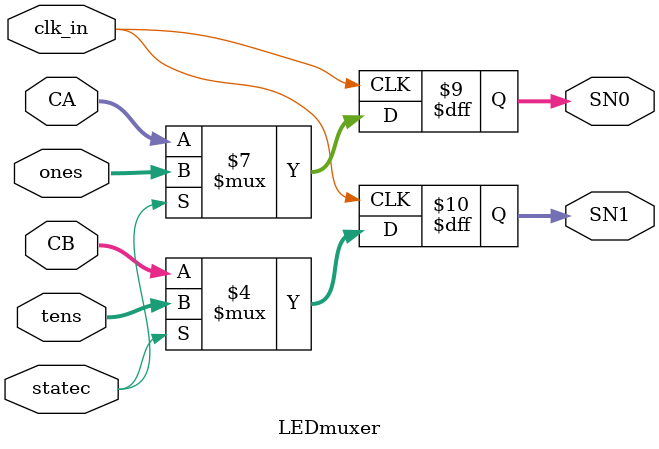
<source format=v>
module LEDmuxer (CA,CB,ones,tens,statec,clk_in,SN0,SN1);
	input [3:0]CA,CB;
	input [3:0] tens,ones;
	input clk_in;
	input statec;
	
	output [3:0] SN0,SN1;
	reg [3:0]SN0;
	reg [3:0]SN1;
	
	always @ (posedge clk_in) begin
		if (statec != 1) begin
			SN0 <= CA;
			SN1 <= CB;
			end
		else begin
			SN0 <= ones;
			SN1 <= tens;
			end
		end

endmodule
		
</source>
